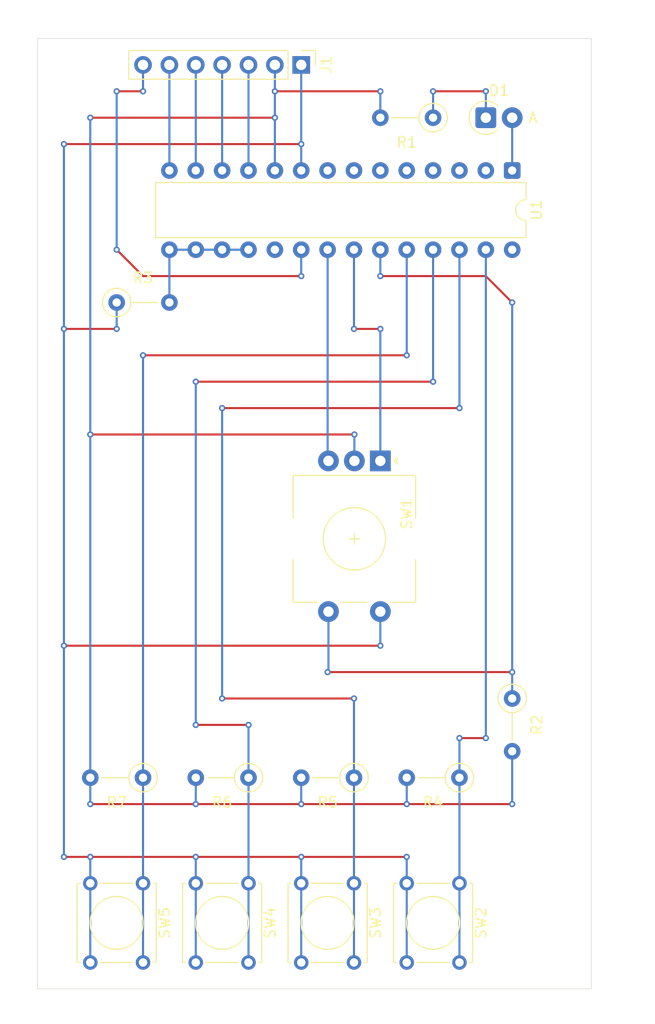
<source format=kicad_pcb>
(kicad_pcb (version 20241229) (generator "pcbnew") (generator_version "9.0")
  (title_block (title "Prototype Button Board for RustyRadio") (date "2025-06-11") (rev "0.2.1") (comment 1 "Strip board version"))
  (layers (0 "F.Cu" signal) (2 "B.Cu" signal) (13 "F.Paste" user) (15 "B.Paste" user) (5 "F.SilkS" user "F.Silkscreen") (7 "B.SilkS" user "B.Silkscreen") (1 "F.Mask" user) (3 "B.Mask" user) (25 "Edge.Cuts" user))
  (net 0 "")
  (net 1 "Net-(D1-K)")
  (net 2 "Net-(D1-A)")
  (net 7 "+3.3V")
  (net 8 "GND")
  (net 9 "/INTA")
  (net 10 "Net-(U1-A0)")
  (net 16 "/SCK")
  (net 17 "/MISO")
  (net 18 "/~{CS}")
  (net 19 "/MOSI")
  (net 20 "/ROT-SW")
  (net 21 "/BTN-4")
  (net 22 "/BTN-3")
  (net 23 "/BTN-2")
  (net 24 "/BTN-1")
  (net 25 "/ROT-A")
  (net 26 "/ROT-B")
  (footprint "Diode_THT:D_T-1_P2.54mm_Vertical_AnodeUp" (layer "F.Cu") (at 162.56 48.26)
    (property "Reference" "D1" (at 1.27 -2.609214 0) (layer "F.SilkS"))
    (property "Value" "LED" (hide yes))
    (fp_arc (start 1.155495 1.12) (mid -1.609214 0) (end 1.155495 -1.12) (stroke (width 0.12)) (layer "F.SilkS"))
    (fp_text user "A" (at 4.54 0 0) (layer "F.SilkS"))
    (pad "1" thru_hole roundrect (at 0 0) (size 2 2) (drill 1) (layers "*.Cu" "*.Mask") (roundrect_rratio 0.125) (net 1 "Net-(D1-K)"))
    (pad "2" thru_hole circle (at 2.54 0) (size 2 2) (drill 1) (layers "*.Cu" "*.Mask") (net 2 "Net-(D1-A)"))
  )
  (footprint "Resistor_THT:R_Axial_DIN0207_L6.3mm_D2.5mm_P5.08mm_Vertical" (layer "F.Cu") (at 139.7 111.76 180)
    (property "Reference" "R6" (at 2.54 -2.37 0) (layer "F.SilkS"))
    (property "Value" "10K")
    (fp_line (start 1.37 0) (end 3.98 0) (stroke (width 0.12)) (layer "F.SilkS"))
    (fp_circle (center 0 0) (end 1.37 0) (stroke (width 0.12)) (fill no) (layer "F.SilkS"))
    (pad "1" thru_hole circle (at 0 0 180) (size 1.6 1.6) (drill 0.8) (layers "*.Cu" "*.Mask") (net 23 "/BTN-2"))
    (pad "2" thru_hole circle (at 5.08 0 180) (size 1.6 1.6) (drill 0.8) (layers "*.Cu" "*.Mask") (net 8 "GND"))
  )
  (footprint "Button_Switch_THT:SW_Tactile_Straight_KSA0Axx1LFTR" (layer "F.Cu") (at 160.02 121.92 -90)
    (property "Reference" "SW2" (at 3.81 -2.08 90) (layer "F.SilkS"))
    (property "Value" "SW_Push")
    (fp_line (start 7.62 6.35) (end 0 6.35) (stroke (width 0.12)) (layer "F.SilkS"))
    (fp_line (start 0 6.05) (end 0 6.35) (stroke (width 0.12)) (layer "F.SilkS"))
    (fp_line (start 7.62 6.05) (end 7.62 6.35) (stroke (width 0.12)) (layer "F.SilkS"))
    (fp_line (start 0 0.97) (end 0 4.11) (stroke (width 0.12)) (layer "F.SilkS"))
    (fp_line (start 7.62 0.97) (end 7.62 4.11) (stroke (width 0.12)) (layer "F.SilkS"))
    (fp_line (start 0 -1.27) (end 0 -0.97) (stroke (width 0.12)) (layer "F.SilkS"))
    (fp_line (start 0 -1.27) (end 7.62 -1.27) (stroke (width 0.12)) (layer "F.SilkS"))
    (fp_line (start 7.62 -1.27) (end 7.62 -0.97) (stroke (width 0.12)) (layer "F.SilkS"))
    (fp_circle (center 3.81 2.54) (end 3.81 0) (stroke (width 0.12)) (fill no) (layer "F.SilkS"))
    (pad "1" thru_hole circle (at 0 0 270) (size 1.397 1.397) (drill 0.8128) (layers "*.Cu" "*.Mask") (net 21 "/BTN-4"))
    (pad "1" thru_hole circle (at 7.62 0 270) (size 1.397 1.397) (drill 0.8128) (layers "*.Cu" "*.Mask") (net 21 "/BTN-4"))
    (pad "2" thru_hole circle (at 0 5.08 270) (size 1.397 1.397) (drill 0.8128) (layers "*.Cu" "*.Mask") (net 7 "+3.3V"))
    (pad "2" thru_hole circle (at 7.62 5.08 270) (size 1.397 1.397) (drill 0.8128) (layers "*.Cu" "*.Mask") (net 7 "+3.3V"))
  )
  (footprint "Button_Switch_THT:SW_Tactile_Straight_KSA0Axx1LFTR" (layer "F.Cu") (at 139.7 121.92 -90)
    (property "Reference" "SW4" (at 3.81 -2.08 270) (layer "F.SilkS"))
    (property "Value" "SW_Push")
    (fp_line (start 7.62 6.35) (end 0 6.35) (stroke (width 0.12)) (layer "F.SilkS"))
    (fp_line (start 0 6.05) (end 0 6.35) (stroke (width 0.12)) (layer "F.SilkS"))
    (fp_line (start 7.62 6.05) (end 7.62 6.35) (stroke (width 0.12)) (layer "F.SilkS"))
    (fp_line (start 0 0.97) (end 0 4.11) (stroke (width 0.12)) (layer "F.SilkS"))
    (fp_line (start 7.62 0.97) (end 7.62 4.11) (stroke (width 0.12)) (layer "F.SilkS"))
    (fp_line (start 0 -1.27) (end 0 -0.97) (stroke (width 0.12)) (layer "F.SilkS"))
    (fp_line (start 0 -1.27) (end 7.62 -1.27) (stroke (width 0.12)) (layer "F.SilkS"))
    (fp_line (start 7.62 -1.27) (end 7.62 -0.97) (stroke (width 0.12)) (layer "F.SilkS"))
    (fp_circle (center 3.81 2.54) (end 3.81 0) (stroke (width 0.12)) (fill no) (layer "F.SilkS"))
    (pad "1" thru_hole circle (at 0 0 270) (size 1.397 1.397) (drill 0.8128) (layers "*.Cu" "*.Mask") (net 23 "/BTN-2"))
    (pad "1" thru_hole circle (at 7.62 0 270) (size 1.397 1.397) (drill 0.8128) (layers "*.Cu" "*.Mask") (net 23 "/BTN-2"))
    (pad "2" thru_hole circle (at 0 5.08 270) (size 1.397 1.397) (drill 0.8128) (layers "*.Cu" "*.Mask") (net 7 "+3.3V"))
    (pad "2" thru_hole circle (at 7.62 5.08 270) (size 1.397 1.397) (drill 0.8128) (layers "*.Cu" "*.Mask") (net 7 "+3.3V"))
  )
  (footprint "Resistor_THT:R_Axial_DIN0207_L6.3mm_D2.5mm_P5.08mm_Vertical" (layer "F.Cu") (at 127 66.04)
    (property "Reference" "R3" (at 2.54 -2.37 0) (layer "F.SilkS"))
    (property "Value" "10K")
    (fp_line (start 1.37 0) (end 3.98 0) (stroke (width 0.12)) (layer "F.SilkS"))
    (fp_circle (center 0 0) (end 1.37 0) (stroke (width 0.12)) (fill no) (layer "F.SilkS"))
    (pad "1" thru_hole circle (at 0 0) (size 1.6 1.6) (drill 0.8) (layers "*.Cu" "*.Mask") (net 7 "+3.3V"))
    (pad "2" thru_hole circle (at 5.08 0) (size 1.6 1.6) (drill 0.8) (layers "*.Cu" "*.Mask") (net 10 "Net-(U1-A0)"))
  )
  (footprint "Connector_PinHeader_2.54mm:PinHeader_1x07_P2.54mm_Vertical" (layer "F.Cu") (at 144.78 43.18 -90)
    (property "Reference" "J1" (at 0 -2.38 270) (layer "F.SilkS"))
    (property "Value" "Conn_01x05_Pin")
    (fp_line (start -1.38 16.62) (end 1.38 16.62) (stroke (width 0.12)) (layer "F.SilkS"))
    (fp_line (start -1.38 1.27) (end -1.38 16.62) (stroke (width 0.12)) (layer "F.SilkS"))
    (fp_line (start -1.38 1.27) (end 1.38 1.27) (stroke (width 0.12)) (layer "F.SilkS"))
    (fp_line (start 1.38 1.27) (end 1.38 16.62) (stroke (width 0.12)) (layer "F.SilkS"))
    (fp_line (start -1.38 0) (end -1.38 -1.38) (stroke (width 0.12)) (layer "F.SilkS"))
    (fp_line (start -1.38 -1.38) (end 0 -1.38) (stroke (width 0.12)) (layer "F.SilkS"))
    (pad "1" thru_hole rect (at 0 0 270) (size 1.7 1.7) (drill 1) (layers "*.Cu" "*.Mask") (net 7 "+3.3V"))
    (pad "2" thru_hole circle (at 0 2.54 270) (size 1.7 1.7) (drill 1) (layers "*.Cu" "*.Mask") (net 8 "GND"))
    (pad "3" thru_hole circle (at 0 5.08 270) (size 1.7 1.7) (drill 1) (layers "*.Cu" "*.Mask") (net 18 "/~{CS}"))
    (pad "4" thru_hole circle (at 0 7.62 270) (size 1.7 1.7) (drill 1) (layers "*.Cu" "*.Mask") (net 16 "/SCK"))
    (pad "5" thru_hole circle (at 0 10.16 270) (size 1.7 1.7) (drill 1) (layers "*.Cu" "*.Mask") (net 19 "/MOSI"))
    (pad "6" thru_hole circle (at 0 12.7 270) (size 1.7 1.7) (drill 1) (layers "*.Cu" "*.Mask") (net 17 "/MISO"))
    (pad "7" thru_hole circle (at 0 15.24 270) (size 1.7 1.7) (drill 1) (layers "*.Cu" "*.Mask") (net 9 "/INTA"))
  )
  (footprint "Resistor_THT:R_Axial_DIN0207_L6.3mm_D2.5mm_P5.08mm_Vertical" (layer "F.Cu") (at 157.48 48.26 180)
    (property "Reference" "R1" (at 2.54 -2.37 0) (layer "F.SilkS"))
    (property "Value" "510")
    (fp_line (start 1.37 0) (end 3.98 0) (stroke (width 0.12)) (layer "F.SilkS"))
    (fp_circle (center 0 0) (end 1.37 0) (stroke (width 0.12)) (fill no) (layer "F.SilkS"))
    (pad "1" thru_hole circle (at 0 0 180) (size 1.6 1.6) (drill 0.8) (layers "*.Cu" "*.Mask") (net 1 "Net-(D1-K)"))
    (pad "2" thru_hole circle (at 5.08 0 180) (size 1.6 1.6) (drill 0.8) (layers "*.Cu" "*.Mask") (net 8 "GND"))
  )
  (footprint "Resistor_THT:R_Axial_DIN0207_L6.3mm_D2.5mm_P5.08mm_Vertical" (layer "F.Cu") (at 160.02 111.76 180)
    (property "Reference" "R4" (at 2.54 -2.37 0) (layer "F.SilkS"))
    (property "Value" "10K")
    (fp_line (start 1.37 0) (end 3.98 0) (stroke (width 0.12)) (layer "F.SilkS"))
    (fp_circle (center 0 0) (end 1.37 0) (stroke (width 0.12)) (fill no) (layer "F.SilkS"))
    (pad "1" thru_hole circle (at 0 0 180) (size 1.6 1.6) (drill 0.8) (layers "*.Cu" "*.Mask") (net 21 "/BTN-4"))
    (pad "2" thru_hole circle (at 5.08 0 180) (size 1.6 1.6) (drill 0.8) (layers "*.Cu" "*.Mask") (net 8 "GND"))
  )
  (footprint "Button_Switch_THT:SW_Tactile_Straight_KSA0Axx1LFTR" (layer "F.Cu") (at 149.86 121.92 -90)
    (property "Reference" "SW3" (at 3.81 -2.08 270) (layer "F.SilkS"))
    (property "Value" "SW_Push")
    (fp_line (start 7.62 6.35) (end 0 6.35) (stroke (width 0.12)) (layer "F.SilkS"))
    (fp_line (start 0 6.05) (end 0 6.35) (stroke (width 0.12)) (layer "F.SilkS"))
    (fp_line (start 7.62 6.05) (end 7.62 6.35) (stroke (width 0.12)) (layer "F.SilkS"))
    (fp_line (start 0 0.97) (end 0 4.11) (stroke (width 0.12)) (layer "F.SilkS"))
    (fp_line (start 7.62 0.97) (end 7.62 4.11) (stroke (width 0.12)) (layer "F.SilkS"))
    (fp_line (start 0 -1.27) (end 0 -0.97) (stroke (width 0.12)) (layer "F.SilkS"))
    (fp_line (start 0 -1.27) (end 7.62 -1.27) (stroke (width 0.12)) (layer "F.SilkS"))
    (fp_line (start 7.62 -1.27) (end 7.62 -0.97) (stroke (width 0.12)) (layer "F.SilkS"))
    (fp_circle (center 3.81 2.54) (end 3.81 0) (stroke (width 0.12)) (fill no) (layer "F.SilkS"))
    (pad "1" thru_hole circle (at 0 0 270) (size 1.397 1.397) (drill 0.8128) (layers "*.Cu" "*.Mask") (net 22 "/BTN-3"))
    (pad "1" thru_hole circle (at 7.62 0 270) (size 1.397 1.397) (drill 0.8128) (layers "*.Cu" "*.Mask") (net 22 "/BTN-3"))
    (pad "2" thru_hole circle (at 0 5.08 270) (size 1.397 1.397) (drill 0.8128) (layers "*.Cu" "*.Mask") (net 7 "+3.3V"))
    (pad "2" thru_hole circle (at 7.62 5.08 270) (size 1.397 1.397) (drill 0.8128) (layers "*.Cu" "*.Mask") (net 7 "+3.3V"))
  )
  (footprint "Resistor_THT:R_Axial_DIN0207_L6.3mm_D2.5mm_P5.08mm_Vertical" (layer "F.Cu") (at 165.1 104.14 -90)
    (property "Reference" "R2" (at 2.54 -2.37 90) (layer "F.SilkS"))
    (property "Value" "10K")
    (fp_line (start 1.37 0) (end 3.98 0) (stroke (width 0.12)) (layer "F.SilkS"))
    (fp_circle (center 0 0) (end 1.37 0) (stroke (width 0.12)) (fill no) (layer "F.SilkS"))
    (pad "1" thru_hole circle (at 0 0 270) (size 1.6 1.6) (drill 0.8) (layers "*.Cu" "*.Mask") (net 20 "/ROT-SW"))
    (pad "2" thru_hole circle (at 5.08 0 270) (size 1.6 1.6) (drill 0.8) (layers "*.Cu" "*.Mask") (net 8 "GND"))
  )
  (footprint "Resistor_THT:R_Axial_DIN0207_L6.3mm_D2.5mm_P5.08mm_Vertical" (layer "F.Cu") (at 149.86 111.76 180)
    (property "Reference" "R5" (at 2.54 -2.37 0) (layer "F.SilkS"))
    (property "Value" "10K")
    (fp_line (start 1.37 0) (end 3.98 0) (stroke (width 0.12)) (layer "F.SilkS"))
    (fp_circle (center 0 0) (end 1.37 0) (stroke (width 0.12)) (fill no) (layer "F.SilkS"))
    (pad "1" thru_hole circle (at 0 0 180) (size 1.6 1.6) (drill 0.8) (layers "*.Cu" "*.Mask") (net 22 "/BTN-3"))
    (pad "2" thru_hole circle (at 5.08 0 180) (size 1.6 1.6) (drill 0.8) (layers "*.Cu" "*.Mask") (net 8 "GND"))
  )
  (footprint "Rotary_Encoder:RotaryEncoder_Alps_EC11E-Switch_Vertical_H20mm" (layer "F.Cu") (at 152.4 81.28 -90)
    (property "Reference" "SW1" (at 5.08 -2.54 90) (layer "F.SilkS"))
    (property "Value" "RotaryEncoder_Switch")
    (fp_line (start 5.5 8.4) (end 1.4 8.4) (stroke (width 0.12)) (layer "F.SilkS"))
    (fp_line (start 13.6 8.4) (end 9.5 8.4) (stroke (width 0.12)) (layer "F.SilkS"))
    (fp_line (start 13.6 6) (end 13.6 8.4) (stroke (width 0.12)) (layer "F.SilkS"))
    (fp_line (start 7 2.5) (end 8 2.5) (stroke (width 0.12)) (layer "F.SilkS"))
    (fp_line (start 7.5 2) (end 7.5 3) (stroke (width 0.12)) (layer "F.SilkS"))
    (fp_line (start 13.6 1.2) (end 13.6 3.8) (stroke (width 0.12)) (layer "F.SilkS"))
    (fp_line (start 0 -1.3) (end -0.3 -1.6) (stroke (width 0.12)) (layer "F.SilkS"))
    (fp_line (start -0.3 -1.6) (end 0.3 -1.6) (stroke (width 0.12)) (layer "F.SilkS"))
    (fp_line (start 0.3 -1.6) (end 0 -1.3) (stroke (width 0.12)) (layer "F.SilkS"))
    (fp_line (start 1.4 -3.4) (end 1.4 8.4) (stroke (width 0.12)) (layer "F.SilkS"))
    (fp_line (start 5.5 -3.4) (end 1.4 -3.4) (stroke (width 0.12)) (layer "F.SilkS"))
    (fp_line (start 9.5 -3.4) (end 13.6 -3.4) (stroke (width 0.12)) (layer "F.SilkS"))
    (fp_line (start 13.6 -3.4) (end 13.6 -1) (stroke (width 0.12)) (layer "F.SilkS"))
    (fp_circle (center 7.5 2.5) (end 10.5 2.5) (stroke (width 0.12)) (fill no) (layer "F.SilkS"))
    (pad "A" thru_hole rect (at 0 0 270) (size 2 2) (drill 1) (layers "*.Cu" "*.Mask") (net 26 "/ROT-B"))
    (pad "B" thru_hole circle (at 0 5 270) (size 2 2) (drill 1) (layers "*.Cu" "*.Mask") (net 25 "/ROT-A"))
    (pad "C" thru_hole circle (at 0 2.5 270) (size 2 2) (drill 1) (layers "*.Cu" "*.Mask") (net 8 "GND"))
    (pad "S1" thru_hole circle (at 14.5 5 270) (size 2 2) (drill 1) (layers "*.Cu" "*.Mask") (net 20 "/ROT-SW"))
    (pad "S2" thru_hole circle (at 14.5 0 270) (size 2 2) (drill 1) (layers "*.Cu" "*.Mask") (net 7 "+3.3V"))
  )
  (footprint "Package_DIP:DIP-28_W7.62mm" (layer "F.Cu") (at 165.1 53.34 -90)
    (property "Reference" "U1" (at 3.81 -2.33 90) (layer "F.SilkS"))
    (property "Value" "MCP23S17_SP")
    (fp_line (start 1.16 34.35) (end 6.46 34.35) (stroke (width 0.12)) (layer "F.SilkS"))
    (fp_line (start 6.46 34.35) (end 6.46 -1.33) (stroke (width 0.12)) (layer "F.SilkS"))
    (fp_line (start 1.16 -1.33) (end 1.16 34.35) (stroke (width 0.12)) (layer "F.SilkS"))
    (fp_line (start 2.81 -1.33) (end 1.16 -1.33) (stroke (width 0.12)) (layer "F.SilkS"))
    (fp_line (start 6.46 -1.33) (end 4.81 -1.33) (stroke (width 0.12)) (layer "F.SilkS"))
    (fp_arc (start 4.81 -1.33) (mid 3.81 -0.33) (end 2.81 -1.33) (stroke (width 0.12)) (layer "F.SilkS"))
    (pad "1" thru_hole roundrect (at 0 0 270) (size 1.6 1.6) (drill 0.8) (layers "*.Cu" "*.Mask") (roundrect_rratio 0.15625) (net 2 "Net-(D1-A)"))
    (pad "2" thru_hole circle (at 0 2.54 270) (size 1.6 1.6) (drill 0.8) (layers "*.Cu" "*.Mask"))
    (pad "3" thru_hole circle (at 0 5.08 270) (size 1.6 1.6) (drill 0.8) (layers "*.Cu" "*.Mask"))
    (pad "4" thru_hole circle (at 0 7.62 270) (size 1.6 1.6) (drill 0.8) (layers "*.Cu" "*.Mask"))
    (pad "5" thru_hole circle (at 0 10.16 270) (size 1.6 1.6) (drill 0.8) (layers "*.Cu" "*.Mask"))
    (pad "6" thru_hole circle (at 0 12.7 270) (size 1.6 1.6) (drill 0.8) (layers "*.Cu" "*.Mask"))
    (pad "7" thru_hole circle (at 0 15.24 270) (size 1.6 1.6) (drill 0.8) (layers "*.Cu" "*.Mask"))
    (pad "8" thru_hole circle (at 0 17.78 270) (size 1.6 1.6) (drill 0.8) (layers "*.Cu" "*.Mask"))
    (pad "9" thru_hole circle (at 0 20.32 270) (size 1.6 1.6) (drill 0.8) (layers "*.Cu" "*.Mask") (net 7 "+3.3V"))
    (pad "10" thru_hole circle (at 0 22.86 270) (size 1.6 1.6) (drill 0.8) (layers "*.Cu" "*.Mask") (net 8 "GND"))
    (pad "11" thru_hole circle (at 0 25.4 270) (size 1.6 1.6) (drill 0.8) (layers "*.Cu" "*.Mask") (net 18 "/~{CS}"))
    (pad "12" thru_hole circle (at 0 27.94 270) (size 1.6 1.6) (drill 0.8) (layers "*.Cu" "*.Mask") (net 16 "/SCK"))
    (pad "13" thru_hole circle (at 0 30.48 270) (size 1.6 1.6) (drill 0.8) (layers "*.Cu" "*.Mask") (net 19 "/MOSI"))
    (pad "14" thru_hole circle (at 0 33.02 270) (size 1.6 1.6) (drill 0.8) (layers "*.Cu" "*.Mask") (net 17 "/MISO"))
    (pad "15" thru_hole circle (at 7.62 33.02 270) (size 1.6 1.6) (drill 0.8) (layers "*.Cu" "*.Mask") (net 10 "Net-(U1-A0)"))
    (pad "16" thru_hole circle (at 7.62 30.48 270) (size 1.6 1.6) (drill 0.8) (layers "*.Cu" "*.Mask") (net 10 "Net-(U1-A0)"))
    (pad "17" thru_hole circle (at 7.62 27.94 270) (size 1.6 1.6) (drill 0.8) (layers "*.Cu" "*.Mask") (net 10 "Net-(U1-A0)"))
    (pad "18" thru_hole circle (at 7.62 25.4 270) (size 1.6 1.6) (drill 0.8) (layers "*.Cu" "*.Mask") (net 10 "Net-(U1-A0)"))
    (pad "19" thru_hole circle (at 7.62 22.86 270) (size 1.6 1.6) (drill 0.8) (layers "*.Cu" "*.Mask"))
    (pad "20" thru_hole circle (at 7.62 20.32 270) (size 1.6 1.6) (drill 0.8) (layers "*.Cu" "*.Mask") (net 9 "/INTA"))
    (pad "21" thru_hole circle (at 7.62 17.78 270) (size 1.6 1.6) (drill 0.8) (layers "*.Cu" "*.Mask") (net 25 "/ROT-A"))
    (pad "22" thru_hole circle (at 7.62 15.24 270) (size 1.6 1.6) (drill 0.8) (layers "*.Cu" "*.Mask") (net 26 "/ROT-B"))
    (pad "23" thru_hole circle (at 7.62 12.7 270) (size 1.6 1.6) (drill 0.8) (layers "*.Cu" "*.Mask") (net 20 "/ROT-SW"))
    (pad "24" thru_hole circle (at 7.62 10.16 270) (size 1.6 1.6) (drill 0.8) (layers "*.Cu" "*.Mask") (net 24 "/BTN-1"))
    (pad "25" thru_hole circle (at 7.62 7.62 270) (size 1.6 1.6) (drill 0.8) (layers "*.Cu" "*.Mask") (net 23 "/BTN-2"))
    (pad "26" thru_hole circle (at 7.62 5.08 270) (size 1.6 1.6) (drill 0.8) (layers "*.Cu" "*.Mask") (net 22 "/BTN-3"))
    (pad "27" thru_hole circle (at 7.62 2.54 270) (size 1.6 1.6) (drill 0.8) (layers "*.Cu" "*.Mask") (net 21 "/BTN-4"))
    (pad "28" thru_hole circle (at 7.62 0 270) (size 1.6 1.6) (drill 0.8) (layers "*.Cu" "*.Mask"))
  )
  (footprint "Resistor_THT:R_Axial_DIN0207_L6.3mm_D2.5mm_P5.08mm_Vertical" (layer "F.Cu") (at 129.54 111.76 180)
    (property "Reference" "R7" (at 2.54 -2.37 0) (layer "F.SilkS"))
    (property "Value" "10K")
    (fp_line (start 1.37 0) (end 3.98 0) (stroke (width 0.12)) (layer "F.SilkS"))
    (fp_circle (center 0 0) (end 1.37 0) (stroke (width 0.12)) (fill no) (layer "F.SilkS"))
    (pad "1" thru_hole circle (at 0 0 180) (size 1.6 1.6) (drill 0.8) (layers "*.Cu" "*.Mask") (net 24 "/BTN-1"))
    (pad "2" thru_hole circle (at 5.08 0 180) (size 1.6 1.6) (drill 0.8) (layers "*.Cu" "*.Mask") (net 8 "GND"))
  )
  (footprint "Button_Switch_THT:SW_Tactile_Straight_KSA0Axx1LFTR" (layer "F.Cu") (at 129.54 121.92 -90)
    (property "Reference" "SW5" (at 3.81 -2.08 270) (layer "F.SilkS"))
    (property "Value" "SW_Push")
    (fp_line (start 7.62 6.35) (end 0 6.35) (stroke (width 0.12)) (layer "F.SilkS"))
    (fp_line (start 0 6.05) (end 0 6.35) (stroke (width 0.12)) (layer "F.SilkS"))
    (fp_line (start 7.62 6.05) (end 7.62 6.35) (stroke (width 0.12)) (layer "F.SilkS"))
    (fp_line (start 0 0.97) (end 0 4.11) (stroke (width 0.12)) (layer "F.SilkS"))
    (fp_line (start 7.62 0.97) (end 7.62 4.11) (stroke (width 0.12)) (layer "F.SilkS"))
    (fp_line (start 0 -1.27) (end 0 -0.97) (stroke (width 0.12)) (layer "F.SilkS"))
    (fp_line (start 0 -1.27) (end 7.62 -1.27) (stroke (width 0.12)) (layer "F.SilkS"))
    (fp_line (start 7.62 -1.27) (end 7.62 -0.97) (stroke (width 0.12)) (layer "F.SilkS"))
    (fp_circle (center 3.81 2.54) (end 3.81 0) (stroke (width 0.12)) (fill no) (layer "F.SilkS"))
    (pad "1" thru_hole circle (at 0 0 270) (size 1.397 1.397) (drill 0.8128) (layers "*.Cu" "*.Mask") (net 24 "/BTN-1"))
    (pad "1" thru_hole circle (at 7.62 0 270) (size 1.397 1.397) (drill 0.8128) (layers "*.Cu" "*.Mask") (net 24 "/BTN-1"))
    (pad "2" thru_hole circle (at 0 5.08 270) (size 1.397 1.397) (drill 0.8128) (layers "*.Cu" "*.Mask") (net 7 "+3.3V"))
    (pad "2" thru_hole circle (at 7.62 5.08 270) (size 1.397 1.397) (drill 0.8128) (layers "*.Cu" "*.Mask") (net 7 "+3.3V"))
  )
  (gr_rect (start 119.38 40.64) (end 172.72 132.08) (stroke (width 0.05)) (fill no) (layer "Edge.Cuts"))
  (segment (start 157.48 45.72) (end 162.56 45.72) (width 0.2) (layer "F.Cu") (net 1))
  (via (at 157.48 45.72) (size 0.6) (drill 0.3) (layers "F.Cu" "B.Cu") (net 1))
  (via (at 162.56 45.72) (size 0.6) (drill 0.3) (layers "F.Cu" "B.Cu") (net 1))
  (segment (start 162.56 45.72) (end 162.56 48.26) (width 0.2) (layer "B.Cu") (net 1))
  (segment (start 157.48 48.26) (end 157.48 45.72) (width 0.2) (layer "B.Cu") (net 1))
  (segment (start 165.1 48.26) (end 165.1 53.34) (width 0.2) (layer "B.Cu") (net 2))
  (segment (start 144.78 119.38) (end 154.94 119.38) (width 0.2) (layer "F.Cu") (net 7))
  (segment (start 121.92 119.38) (end 124.46 119.38) (width 0.2) (layer "F.Cu") (net 7))
  (segment (start 134.62 119.38) (end 144.78 119.38) (width 0.2) (layer "F.Cu") (net 7))
  (segment (start 127 68.58) (end 121.92 68.58) (width 0.2) (layer "F.Cu") (net 7))
  (segment (start 152.4 99.06) (end 121.92 99.06) (width 0.2) (layer "F.Cu") (net 7))
  (segment (start 144.78 50.8) (end 127 50.8) (width 0.2) (layer "F.Cu") (net 7))
  (segment (start 127 50.8) (end 121.92 50.8) (width 0.2) (layer "F.Cu") (net 7))
  (segment (start 124.46 119.38) (end 134.62 119.38) (width 0.2) (layer "F.Cu") (net 7))
  (via (at 121.92 119.38) (size 0.6) (drill 0.3) (layers "F.Cu" "B.Cu") (net 7))
  (via (at 134.62 119.38) (size 0.6) (drill 0.3) (layers "F.Cu" "B.Cu") (net 7))
  (via (at 127 68.58) (size 0.6) (drill 0.3) (layers "F.Cu" "B.Cu") (net 7))
  (via (at 121.92 68.58) (size 0.6) (drill 0.3) (layers "F.Cu" "B.Cu") (net 7))
  (via (at 144.78 50.8) (size 0.6) (drill 0.3) (layers "F.Cu" "B.Cu") (net 7))
  (via (at 121.92 50.8) (size 0.6) (drill 0.3) (layers "F.Cu" "B.Cu") (net 7))
  (via (at 121.92 99.06) (size 0.6) (drill 0.3) (layers "F.Cu" "B.Cu") (net 7))
  (via (at 154.94 119.38) (size 0.6) (drill 0.3) (layers "F.Cu" "B.Cu") (net 7))
  (via (at 124.46 119.38) (size 0.6) (drill 0.3) (layers "F.Cu" "B.Cu") (net 7))
  (via (at 144.78 119.38) (size 0.6) (drill 0.3) (layers "F.Cu" "B.Cu") (net 7))
  (via (at 152.4 99.06) (size 0.6) (drill 0.3) (layers "F.Cu" "B.Cu") (net 7))
  (segment (start 144.78 121.92) (end 144.78 129.54) (width 0.2) (layer "B.Cu") (net 7))
  (segment (start 124.46 121.92) (end 124.46 129.54) (width 0.2) (layer "B.Cu") (net 7))
  (segment (start 121.92 69.85) (end 121.92 119.38) (width 0.2) (layer "B.Cu") (net 7))
  (segment (start 144.78 53.34) (end 144.78 50.8) (width 0.2) (layer "B.Cu") (net 7))
  (segment (start 154.94 119.38) (end 154.94 121.92) (width 0.2) (layer "B.Cu") (net 7))
  (segment (start 121.92 50.8) (end 121.92 69.85) (width 0.2) (layer "B.Cu") (net 7))
  (segment (start 144.78 50.8) (end 144.78 43.18) (width 0.2) (layer "B.Cu") (net 7))
  (segment (start 127 66.04) (end 127 68.58) (width 0.2) (layer "B.Cu") (net 7))
  (segment (start 144.78 119.38) (end 144.78 121.92) (width 0.2) (layer "B.Cu") (net 7))
  (segment (start 124.46 119.38) (end 124.46 121.92) (width 0.2) (layer "B.Cu") (net 7))
  (segment (start 152.4 95.78) (end 152.4 99.06) (width 0.2) (layer "B.Cu") (net 7))
  (segment (start 154.94 121.92) (end 154.94 129.54) (width 0.2) (layer "B.Cu") (net 7))
  (segment (start 134.62 121.92) (end 134.62 129.54) (width 0.2) (layer "B.Cu") (net 7))
  (segment (start 134.62 119.38) (end 134.62 121.92) (width 0.2) (layer "B.Cu") (net 7))
  (segment (start 144.78 114.3) (end 154.94 114.3) (width 0.2) (layer "F.Cu") (net 8))
  (segment (start 149.9 78.74) (end 124.46 78.74) (width 0.2) (layer "F.Cu") (net 8))
  (segment (start 124.46 114.3) (end 134.62 114.3) (width 0.2) (layer "F.Cu") (net 8))
  (segment (start 134.62 114.3) (end 144.78 114.3) (width 0.2) (layer "F.Cu") (net 8))
  (segment (start 142.24 45.72) (end 152.4 45.72) (width 0.2) (layer "F.Cu") (net 8))
  (segment (start 142.24 48.26) (end 124.46 48.26) (width 0.2) (layer "F.Cu") (net 8))
  (segment (start 154.94 114.3) (end 165.1 114.3) (width 0.2) (layer "F.Cu") (net 8))
  (via (at 142.24 45.72) (size 0.6) (drill 0.3) (layers "F.Cu" "B.Cu") (net 8))
  (via (at 124.46 48.26) (size 0.6) (drill 0.3) (layers "F.Cu" "B.Cu") (net 8))
  (via (at 149.9 78.74) (size 0.6) (drill 0.3) (layers "F.Cu" "B.Cu") (net 8))
  (via (at 124.46 78.74) (size 0.6) (drill 0.3) (layers "F.Cu" "B.Cu") (net 8))
  (via (at 152.4 45.72) (size 0.6) (drill 0.3) (layers "F.Cu" "B.Cu") (net 8))
  (via (at 142.24 48.26) (size 0.6) (drill 0.3) (layers "F.Cu" "B.Cu") (net 8))
  (via (at 144.78 114.3) (size 0.6) (drill 0.3) (layers "F.Cu" "B.Cu") (net 8))
  (via (at 165.1 114.3) (size 0.6) (drill 0.3) (layers "F.Cu" "B.Cu") (net 8))
  (via (at 134.62 114.3) (size 0.6) (drill 0.3) (layers "F.Cu" "B.Cu") (net 8))
  (via (at 124.46 114.3) (size 0.6) (drill 0.3) (layers "F.Cu" "B.Cu") (net 8))
  (via (at 154.94 114.3) (size 0.6) (drill 0.3) (layers "F.Cu" "B.Cu") (net 8))
  (segment (start 144.78 114.3) (end 144.78 111.76) (width 0.2) (layer "B.Cu") (net 8))
  (segment (start 124.46 78.74) (end 124.46 111.76) (width 0.2) (layer "B.Cu") (net 8))
  (segment (start 142.24 53.34) (end 142.24 48.26) (width 0.2) (layer "B.Cu") (net 8))
  (segment (start 124.46 111.76) (end 124.46 114.3) (width 0.2) (layer "B.Cu") (net 8))
  (segment (start 165.1 114.3) (end 165.1 109.22) (width 0.2) (layer "B.Cu") (net 8))
  (segment (start 152.4 45.72) (end 152.4 48.26) (width 0.2) (layer "B.Cu") (net 8))
  (segment (start 134.62 114.3) (end 134.62 111.76) (width 0.2) (layer "B.Cu") (net 8))
  (segment (start 149.9 78.74) (end 149.9 81.28) (width 0.2) (layer "B.Cu") (net 8))
  (segment (start 154.94 114.3) (end 154.94 111.76) (width 0.2) (layer "B.Cu") (net 8))
  (segment (start 124.46 48.26) (end 124.46 78.74) (width 0.2) (layer "B.Cu") (net 8))
  (segment (start 142.24 48.26) (end 142.24 45.72) (width 0.2) (layer "B.Cu") (net 8))
  (segment (start 142.24 45.72) (end 142.24 43.18) (width 0.2) (layer "B.Cu") (net 8))
  (segment (start 144.78 63.5) (end 130.175 63.5) (width 0.2) (layer "F.Cu") (net 9))
  (segment (start 127 45.72) (end 129.54 45.72) (width 0.2) (layer "F.Cu") (net 9))
  (segment (start 129.54 63.5) (end 130.175 63.5) (width 0.2) (layer "F.Cu") (net 9))
  (segment (start 127 60.96) (end 129.54 63.5) (width 0.2) (layer "F.Cu") (net 9))
  (via (at 127 60.96) (size 0.6) (drill 0.3) (layers "F.Cu" "B.Cu") (net 9))
  (via (at 129.54 45.72) (size 0.6) (drill 0.3) (layers "F.Cu" "B.Cu") (net 9))
  (via (at 144.78 63.5) (size 0.6) (drill 0.3) (layers "F.Cu" "B.Cu") (net 9))
  (via (at 127 45.72) (size 0.6) (drill 0.3) (layers "F.Cu" "B.Cu") (net 9))
  (segment (start 127 60.96) (end 127 45.72) (width 0.2) (layer "B.Cu") (net 9))
  (segment (start 129.54 45.72) (end 129.54 43.18) (width 0.2) (layer "B.Cu") (net 9))
  (segment (start 144.78 60.96) (end 144.78 63.5) (width 0.2) (layer "B.Cu") (net 9))
  (segment (start 134.62 60.96) (end 132.08 60.96) (width 0.2) (layer "B.Cu") (net 10))
  (segment (start 132.08 66.04) (end 132.08 60.96) (width 0.2) (layer "B.Cu") (net 10))
  (segment (start 139.7 60.96) (end 134.62 60.96) (width 0.2) (layer "B.Cu") (net 10))
  (segment (start 137.16 53.34) (end 137.16 43.18) (width 0.2) (layer "B.Cu") (net 16))
  (segment (start 132.08 53.34) (end 132.08 43.18) (width 0.2) (layer "B.Cu") (net 17))
  (segment (start 139.7 53.34) (end 139.7 43.18) (width 0.2) (layer "B.Cu") (net 18))
  (segment (start 134.62 43.18) (end 134.62 53.34) (width 0.2) (layer "B.Cu") (net 19))
  (segment (start 165.1 101.6) (end 147.32 101.6) (width 0.2) (layer "F.Cu") (net 20))
  (segment (start 165.1 66.04) (end 162.56 63.5) (width 0.2) (layer "F.Cu") (net 20))
  (segment (start 162.56 63.5) (end 152.4 63.5) (width 0.2) (layer "F.Cu") (net 20))
  (via (at 165.1 66.04) (size 0.6) (drill 0.3) (layers "F.Cu" "B.Cu") (net 20))
  (via (at 147.32 101.6) (size 0.6) (drill 0.3) (layers "F.Cu" "B.Cu") (net 20))
  (via (at 165.1 101.6) (size 0.6) (drill 0.3) (layers "F.Cu" "B.Cu") (net 20))
  (via (at 152.4 63.5) (size 0.6) (drill 0.3) (layers "F.Cu" "B.Cu") (net 20))
  (segment (start 165.1 104.14) (end 165.1 101.6) (width 0.2) (layer "B.Cu") (net 20))
  (segment (start 147.32 101.6) (end 147.4 101.52) (width 0.2) (layer "B.Cu") (net 20))
  (segment (start 165.1 66.04) (end 165.1 101.6) (width 0.2) (layer "B.Cu") (net 20))
  (segment (start 147.4 101.52) (end 147.4 95.78) (width 0.2) (layer "B.Cu") (net 20))
  (segment (start 152.4 63.5) (end 152.4 60.96) (width 0.2) (layer "B.Cu") (net 20))
  (segment (start 162.56 107.95) (end 160.02 107.95) (width 0.2) (layer "F.Cu") (net 21))
  (via (at 162.56 107.95) (size 0.6) (drill 0.3) (layers "F.Cu" "B.Cu") (net 21))
  (via (at 160.02 107.95) (size 0.6) (drill 0.3) (layers "F.Cu" "B.Cu") (net 21))
  (segment (start 162.56 60.96) (end 162.56 107.95) (width 0.2) (layer "B.Cu") (net 21))
  (segment (start 160.02 121.92) (end 160.02 129.54) (width 0.2) (layer "B.Cu") (net 21))
  (segment (start 160.02 107.95) (end 160.02 111.76) (width 0.2) (layer "B.Cu") (net 21))
  (segment (start 160.02 111.76) (end 160.02 121.92) (width 0.2) (layer "B.Cu") (net 21))
  (segment (start 137.16 76.2) (end 160.02 76.2) (width 0.2) (layer "F.Cu") (net 22))
  (segment (start 137.16 104.14) (end 149.86 104.14) (width 0.2) (layer "F.Cu") (net 22))
  (via (at 137.16 76.2) (size 0.6) (drill 0.3) (layers "F.Cu" "B.Cu") (net 22))
  (via (at 149.86 104.14) (size 0.6) (drill 0.3) (layers "F.Cu" "B.Cu") (net 22))
  (via (at 160.02 76.2) (size 0.6) (drill 0.3) (layers "F.Cu" "B.Cu") (net 22))
  (via (at 137.16 104.14) (size 0.6) (drill 0.3) (layers "F.Cu" "B.Cu") (net 22))
  (segment (start 160.02 76.2) (end 160.02 60.96) (width 0.2) (layer "B.Cu") (net 22))
  (segment (start 149.86 111.76) (end 149.86 121.446719) (width 0.2) (layer "B.Cu") (net 22))
  (segment (start 149.86 121.92) (end 149.86 129.54) (width 0.2) (layer "B.Cu") (net 22))
  (segment (start 149.86 104.14) (end 149.86 111.76) (width 0.2) (layer "B.Cu") (net 22))
  (segment (start 149.86 121.446719) (end 149.57 121.736719) (width 0.2) (layer "B.Cu") (net 22))
  (segment (start 137.16 76.2) (end 137.16 104.14) (width 0.2) (layer "B.Cu") (net 22))
  (segment (start 134.62 106.68) (end 139.7 106.68) (width 0.2) (layer "F.Cu") (net 23))
  (segment (start 157.48 73.66) (end 134.62 73.66) (width 0.2) (layer "F.Cu") (net 23))
  (via (at 134.62 106.68) (size 0.6) (drill 0.3) (layers "F.Cu" "B.Cu") (net 23))
  (via (at 139.7 106.68) (size 0.6) (drill 0.3) (layers "F.Cu" "B.Cu") (net 23))
  (via (at 157.48 73.66) (size 0.6) (drill 0.3) (layers "F.Cu" "B.Cu") (net 23))
  (via (at 134.62 73.66) (size 0.6) (drill 0.3) (layers "F.Cu" "B.Cu") (net 23))
  (segment (start 134.62 73.66) (end 134.62 106.68) (width 0.2) (layer "B.Cu") (net 23))
  (segment (start 139.7 121.92) (end 139.7 129.54) (width 0.2) (layer "B.Cu") (net 23))
  (segment (start 157.48 73.66) (end 157.48 60.96) (width 0.2) (layer "B.Cu") (net 23))
  (segment (start 139.7 111.76) (end 139.7 121.756587) (width 0.2) (layer "B.Cu") (net 23))
  (segment (start 139.7 106.68) (end 139.7 111.76) (width 0.2) (layer "B.Cu") (net 23))
  (segment (start 129.54 71.12) (end 154.94 71.12) (width 0.2) (layer "F.Cu") (net 24))
  (via (at 129.54 71.12) (size 0.6) (drill 0.3) (layers "F.Cu" "B.Cu") (net 24))
  (via (at 154.94 71.12) (size 0.6) (drill 0.3) (layers "F.Cu" "B.Cu") (net 24))
  (segment (start 129.54 111.76) (end 129.54 121.77) (width 0.2) (layer "B.Cu") (net 24))
  (segment (start 129.54 121.92) (end 129.54 129.54) (width 0.2) (layer "B.Cu") (net 24))
  (segment (start 154.94 60.96) (end 154.94 71.12) (width 0.2) (layer "B.Cu") (net 24))
  (segment (start 129.54 71.12) (end 129.54 111.76) (width 0.2) (layer "B.Cu") (net 24))
  (segment (start 147.32 81.2) (end 147.4 81.28) (width 0.2) (layer "B.Cu") (net 25))
  (segment (start 147.32 60.96) (end 147.32 81.2) (width 0.2) (layer "B.Cu") (net 25))
  (segment (start 152.4 68.58) (end 149.86 68.58) (width 0.2) (layer "F.Cu") (net 26))
  (via (at 149.86 68.58) (size 0.6) (drill 0.3) (layers "F.Cu" "B.Cu") (net 26))
  (via (at 152.4 68.58) (size 0.6) (drill 0.3) (layers "F.Cu" "B.Cu") (net 26))
  (segment (start 152.4 68.58) (end 152.4 81.28) (width 0.2) (layer "B.Cu") (net 26))
  (segment (start 149.86 68.58) (end 149.86 60.96) (width 0.2) (layer "B.Cu") (net 26))
)
</source>
